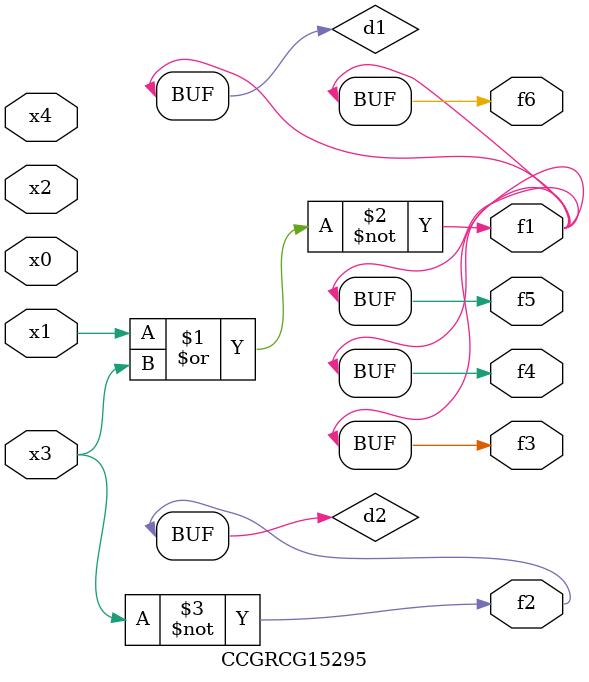
<source format=v>
module CCGRCG15295(
	input x0, x1, x2, x3, x4,
	output f1, f2, f3, f4, f5, f6
);

	wire d1, d2;

	nor (d1, x1, x3);
	not (d2, x3);
	assign f1 = d1;
	assign f2 = d2;
	assign f3 = d1;
	assign f4 = d1;
	assign f5 = d1;
	assign f6 = d1;
endmodule

</source>
